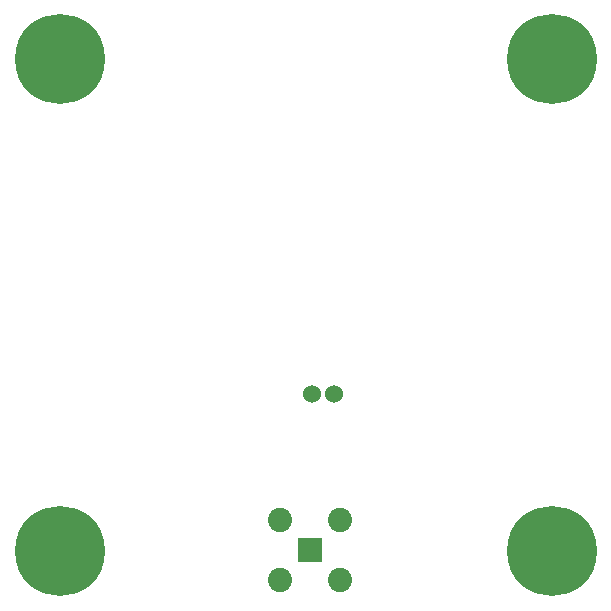
<source format=gbl>
G04*
G04 #@! TF.GenerationSoftware,Altium Limited,Altium Designer,23.6.0 (18)*
G04*
G04 Layer_Physical_Order=2*
G04 Layer_Color=16711680*
%FSLAX25Y25*%
%MOIN*%
G70*
G04*
G04 #@! TF.SameCoordinates,22C025B0-BAA2-4450-BC7D-CF48B3E84608*
G04*
G04*
G04 #@! TF.FilePolarity,Positive*
G04*
G01*
G75*
%ADD22C,0.30000*%
%ADD23C,0.06000*%
%ADD24R,0.08071X0.08071*%
%ADD25C,0.08071*%
D22*
X18000Y182000D02*
D03*
X182000D02*
D03*
X18000Y18000D02*
D03*
X182000D02*
D03*
D23*
X109500Y70500D02*
D03*
X102000D02*
D03*
D24*
X101500Y18500D02*
D03*
D25*
X91500Y8500D02*
D03*
X111500D02*
D03*
Y28500D02*
D03*
X91500D02*
D03*
M02*

</source>
